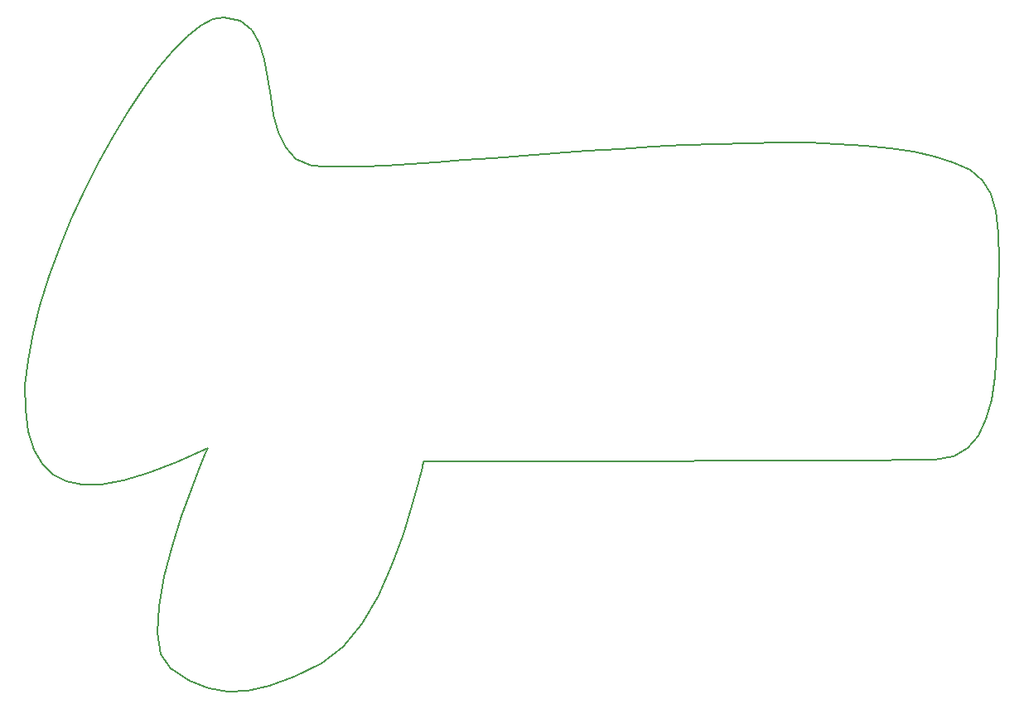
<source format=gbr>
G04 #@! TF.FileFunction,Profile,NP*
%FSLAX46Y46*%
G04 Gerber Fmt 4.6, Leading zero omitted, Abs format (unit mm)*
G04 Created by KiCad (PCBNEW 4.0.6) date Thursday, 15 February 2018 'PMt' 20:30:34*
%MOMM*%
%LPD*%
G01*
G04 APERTURE LIST*
%ADD10C,0.100000*%
%ADD11C,0.127816*%
G04 APERTURE END LIST*
D10*
D11*
X144397808Y-97440935D02*
X144681921Y-94887440D01*
X144681921Y-94887440D02*
X145202692Y-92168950D01*
X145202692Y-92168950D02*
X145935556Y-89327034D01*
X145935556Y-89327034D02*
X146855944Y-86403257D01*
X146855944Y-86403257D02*
X147939290Y-83439187D01*
X147939290Y-83439187D02*
X149161028Y-80476389D01*
X149161028Y-80476389D02*
X150496591Y-77556432D01*
X150496591Y-77556432D02*
X151921412Y-74720880D01*
X151921412Y-74720880D02*
X153410923Y-72011302D01*
X153410923Y-72011302D02*
X154940559Y-69469263D01*
X154940559Y-69469263D02*
X156485752Y-67136330D01*
X156485752Y-67136330D02*
X158021936Y-65054070D01*
X158021936Y-65054070D02*
X159524543Y-63264050D01*
X159524543Y-63264050D02*
X160969008Y-61807836D01*
X160969008Y-61807836D02*
X162330762Y-60726995D01*
X162330762Y-60726995D02*
X163585241Y-60063093D01*
X163585241Y-60063093D02*
X164707875Y-59857698D01*
X164707875Y-59857698D02*
X166367604Y-60236222D01*
X166367604Y-60236222D02*
X167541036Y-61156064D01*
X167541036Y-61156064D02*
X168333898Y-62503359D01*
X168333898Y-62503359D02*
X168851914Y-64164246D01*
X168851914Y-64164246D02*
X169200808Y-66024860D01*
X169200808Y-66024860D02*
X169486307Y-67971337D01*
X169486307Y-67971337D02*
X169814135Y-69889815D01*
X169814135Y-69889815D02*
X170290018Y-71666429D01*
X170290018Y-71666429D02*
X171019679Y-73187317D01*
X171019679Y-73187317D02*
X172108845Y-74338614D01*
X172108845Y-74338614D02*
X173663239Y-75006457D01*
X173663239Y-75006457D02*
X175143093Y-75100128D01*
X175143093Y-75100128D02*
X176913139Y-75123000D01*
X176913139Y-75123000D02*
X178948662Y-75083449D01*
X178948662Y-75083449D02*
X181224947Y-74989848D01*
X181224947Y-74989848D02*
X183717278Y-74850574D01*
X183717278Y-74850574D02*
X186400940Y-74674000D01*
X186400940Y-74674000D02*
X189251218Y-74468502D01*
X189251218Y-74468502D02*
X192243396Y-74242454D01*
X192243396Y-74242454D02*
X195352757Y-74004232D01*
X195352757Y-74004232D02*
X198554588Y-73762210D01*
X198554588Y-73762210D02*
X201824172Y-73524763D01*
X201824172Y-73524763D02*
X205136795Y-73300266D01*
X205136795Y-73300266D02*
X208467739Y-73097095D01*
X208467739Y-73097095D02*
X211792291Y-72923623D01*
X211792291Y-72923623D02*
X215085734Y-72788225D01*
X215085734Y-72788225D02*
X218323353Y-72699278D01*
X218323353Y-72699278D02*
X221480433Y-72665154D01*
X221480433Y-72665154D02*
X224532257Y-72694230D01*
X224532257Y-72694230D02*
X227454111Y-72794880D01*
X227454111Y-72794880D02*
X230221280Y-72975480D01*
X230221280Y-72975480D02*
X232809047Y-73244403D01*
X232809047Y-73244403D02*
X235192697Y-73610025D01*
X235192697Y-73610025D02*
X237347514Y-74080721D01*
X237347514Y-74080721D02*
X239248784Y-74664865D01*
X239248784Y-74664865D02*
X241011830Y-75489805D01*
X241011830Y-75489805D02*
X242275217Y-76538218D01*
X242275217Y-76538218D02*
X243118097Y-77899934D01*
X243118097Y-77899934D02*
X243619621Y-79664786D01*
X243619621Y-79664786D02*
X243858942Y-81922604D01*
X243858942Y-81922604D02*
X243915210Y-84763219D01*
X243915210Y-84763219D02*
X243867579Y-88276463D01*
X243867579Y-88276463D02*
X243807822Y-91230740D01*
X243807822Y-91230740D02*
X243706876Y-94026359D01*
X243706876Y-94026359D02*
X243511444Y-96614666D01*
X243511444Y-96614666D02*
X243168230Y-98947011D01*
X243168230Y-98947011D02*
X242623937Y-100974743D01*
X242623937Y-100974743D02*
X241825267Y-102649208D01*
X241825267Y-102649208D02*
X240718924Y-103921756D01*
X240718924Y-103921756D02*
X239251611Y-104743736D01*
X239251611Y-104743736D02*
X237370032Y-105066495D01*
X237370032Y-105066495D02*
X236055410Y-105092070D01*
X236055410Y-105092070D02*
X234157060Y-105114955D01*
X234157060Y-105114955D02*
X231749834Y-105135301D01*
X231749834Y-105135301D02*
X228908584Y-105153255D01*
X228908584Y-105153255D02*
X225708163Y-105168969D01*
X225708163Y-105168969D02*
X222223423Y-105182590D01*
X222223423Y-105182590D02*
X218529216Y-105194270D01*
X218529216Y-105194270D02*
X214700395Y-105204156D01*
X214700395Y-105204156D02*
X210811811Y-105212399D01*
X210811811Y-105212399D02*
X206938317Y-105219147D01*
X206938317Y-105219147D02*
X203154766Y-105224551D01*
X203154766Y-105224551D02*
X199536009Y-105228760D01*
X199536009Y-105228760D02*
X196156900Y-105231922D01*
X196156900Y-105231922D02*
X193092289Y-105234189D01*
X193092289Y-105234189D02*
X190417029Y-105235708D01*
X190417029Y-105235708D02*
X188205974Y-105236629D01*
X188205974Y-105236629D02*
X186533974Y-105237102D01*
X186533974Y-105237102D02*
X185475882Y-105237276D01*
X185475882Y-105237276D02*
X185106551Y-105237301D01*
X185106551Y-105237301D02*
X184979802Y-105827940D01*
X184979802Y-105827940D02*
X184598616Y-107432108D01*
X184598616Y-107432108D02*
X183961588Y-109798178D01*
X183961588Y-109798178D02*
X183067312Y-112674527D01*
X183067312Y-112674527D02*
X181914382Y-115809530D01*
X181914382Y-115809530D02*
X180501393Y-118951561D01*
X180501393Y-118951561D02*
X178826939Y-121848996D01*
X178826939Y-121848996D02*
X176889615Y-124250210D01*
X176889615Y-124250210D02*
X174688014Y-125903578D01*
X174688014Y-125903578D02*
X171873621Y-127240564D01*
X171873621Y-127240564D02*
X169384885Y-128171226D01*
X169384885Y-128171226D02*
X167150101Y-128686601D01*
X167150101Y-128686601D02*
X165097565Y-128777725D01*
X165097565Y-128777725D02*
X163155573Y-128435636D01*
X163155573Y-128435636D02*
X161252421Y-127651370D01*
X161252421Y-127651370D02*
X159316404Y-126415965D01*
X159316404Y-126415965D02*
X158301024Y-124954637D01*
X158301024Y-124954637D02*
X157936376Y-122759570D01*
X157936376Y-122759570D02*
X158094362Y-120039820D01*
X158094362Y-120039820D02*
X158646885Y-117004439D01*
X158646885Y-117004439D02*
X159465850Y-113862481D01*
X159465850Y-113862481D02*
X160423159Y-110823001D01*
X160423159Y-110823001D02*
X161390717Y-108095052D01*
X161390717Y-108095052D02*
X162240425Y-105887689D01*
X162240425Y-105887689D02*
X162844187Y-104409965D01*
X162844187Y-104409965D02*
X163073907Y-103870933D01*
X163073907Y-103870933D02*
X159867233Y-105344695D01*
X159867233Y-105344695D02*
X156988452Y-106459118D01*
X156988452Y-106459118D02*
X154429214Y-107212389D01*
X154429214Y-107212389D02*
X152181169Y-107602697D01*
X152181169Y-107602697D02*
X150235968Y-107628228D01*
X150235968Y-107628228D02*
X148585261Y-107287169D01*
X148585261Y-107287169D02*
X147220698Y-106577709D01*
X147220698Y-106577709D02*
X146133929Y-105498034D01*
X146133929Y-105498034D02*
X145316606Y-104046332D01*
X145316606Y-104046332D02*
X144760378Y-102220790D01*
X144760378Y-102220790D02*
X144456895Y-100019595D01*
X144456895Y-100019595D02*
X144397808Y-97440935D01*
M02*

</source>
